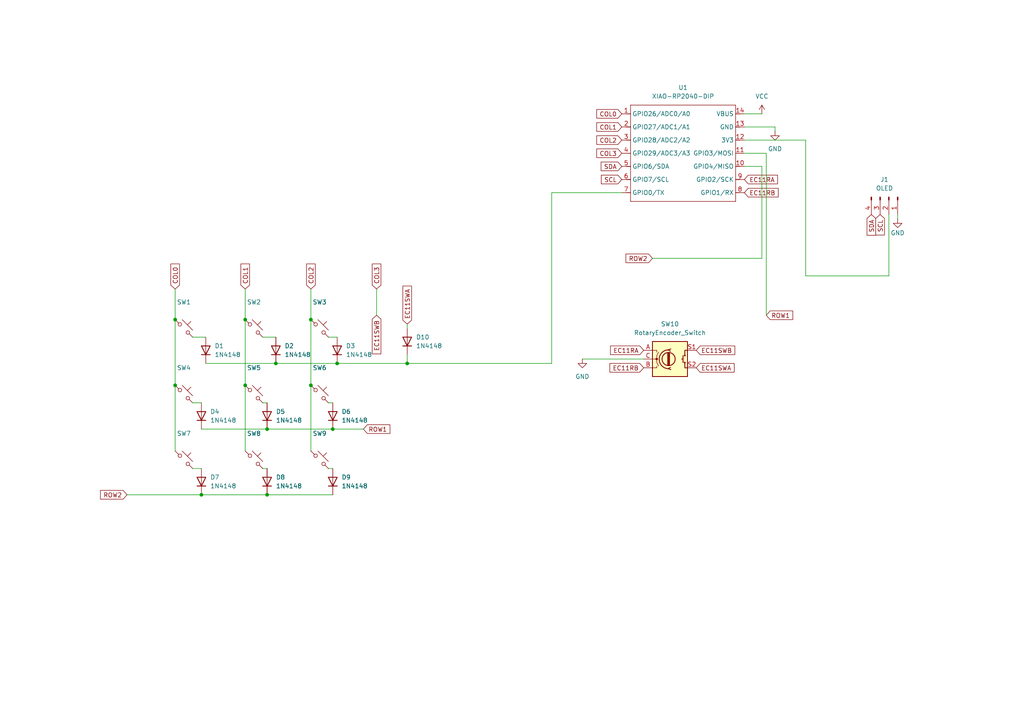
<source format=kicad_sch>
(kicad_sch (version 20250114) (generator "eeschema") (generator_version "9.0")
  (paper "A4")
  (lib_symbols
    (symbol "Connector:Conn_01x04_Pin" (pin_names (offset 1.016) (hide yes))
      (property "Reference" "J" (at 0 5.08 0))
      (property "Value" "Conn_01x04_Pin" (at 0 -7.62 0))
      (symbol "Conn_01x04_Pin_1_1"
        (rectangle (start 0.8636 2.667) (end 0 2.413) (stroke (width 0.1524)) (fill (type outline)))
        (rectangle (start 0.8636 0.127) (end 0 -0.127) (stroke (width 0.1524)) (fill (type outline)))
        (rectangle (start 0.8636 -2.413) (end 0 -2.667) (stroke (width 0.1524)) (fill (type outline)))
        (rectangle (start 0.8636 -4.953) (end 0 -5.207) (stroke (width 0.1524)) (fill (type outline)))
        (polyline (pts (xy 1.27 2.54) (xy 0.8636 2.54)) (stroke (width 0.1524)))
        (polyline (pts (xy 1.27 0) (xy 0.8636 0)) (stroke (width 0.1524)))
        (polyline (pts (xy 1.27 -2.54) (xy 0.8636 -2.54)) (stroke (width 0.1524)))
        (polyline (pts (xy 1.27 -5.08) (xy 0.8636 -5.08)) (stroke (width 0.1524)))
        (pin passive line (at 5.08 2.54 180) (length 3.81) (name "Pin_1") (number "1"))
        (pin passive line (at 5.08 0 180) (length 3.81) (name "Pin_2") (number "2"))
        (pin passive line (at 5.08 -2.54 180) (length 3.81) (name "Pin_3") (number "3"))
        (pin passive line (at 5.08 -5.08 180) (length 3.81) (name "Pin_4") (number "4"))
      )
    )
    (symbol "Device:RotaryEncoder_Switch" (pin_names (offset 0.254) (hide yes))
      (property "Reference" "SW" (at 0 6.604 0))
      (property "Value" "RotaryEncoder_Switch" (at 0 -6.604 0))
      (symbol "RotaryEncoder_Switch_0_1"
        (rectangle (start -5.08 5.08) (end 5.08 -5.08) (stroke (width 0.254)) (fill (type background)))
        (polyline (pts (xy -5.08 2.54) (xy -3.81 2.54) (xy -3.81 2.032)))
        (polyline (pts (xy -5.08 0) (xy -3.81 0) (xy -3.81 -1.016) (xy -3.302 -2.032)))
        (polyline (pts (xy -5.08 -2.54) (xy -3.81 -2.54) (xy -3.81 -2.032)))
        (polyline (pts (xy -4.318 0) (xy -3.81 0) (xy -3.81 1.016) (xy -3.302 2.032)))
        (circle (center -3.81 0) (radius 0.254) (fill (type outline)))
        (polyline (pts (xy -0.635 -1.778) (xy -0.635 1.778)) (stroke (width 0.254)))
        (circle (center -0.381 0) (radius 1.905) (stroke (width 0.254)))
        (polyline (pts (xy -0.381 -1.778) (xy -0.381 1.778)) (stroke (width 0.254)))
        (arc (start -0.381 -2.794) (mid -3.0988 -0.0635) (end -0.381 2.667) (stroke (width 0.254)))
        (polyline (pts (xy -0.127 1.778) (xy -0.127 -1.778)) (stroke (width 0.254)))
        (polyline (pts (xy 0.254 2.921) (xy -0.508 2.667) (xy 0.127 2.286)) (stroke (width 0.254)))
        (polyline (pts (xy 0.254 -3.048) (xy -0.508 -2.794) (xy 0.127 -2.413)) (stroke (width 0.254)))
        (polyline (pts (xy 3.81 1.016) (xy 3.81 -1.016)) (stroke (width 0.254)))
        (polyline (pts (xy 3.81 0) (xy 3.429 0)) (stroke (width 0.254)))
        (circle (center 4.318 1.016) (radius 0.127) (stroke (width 0.254)))
        (circle (center 4.318 -1.016) (radius 0.127) (stroke (width 0.254)))
        (polyline (pts (xy 5.08 2.54) (xy 4.318 2.54) (xy 4.318 1.016)) (stroke (width 0.254)))
        (polyline (pts (xy 5.08 -2.54) (xy 4.318 -2.54) (xy 4.318 -1.016)) (stroke (width 0.254)))
      )
      (symbol "RotaryEncoder_Switch_1_1"
        (pin passive line (at -7.62 2.54 0) (length 2.54) (name "A") (number "A"))
        (pin passive line (at -7.62 0 0) (length 2.54) (name "C") (number "C"))
        (pin passive line (at -7.62 -2.54 0) (length 2.54) (name "B") (number "B"))
        (pin passive line (at 7.62 2.54 180) (length 2.54) (name "S1") (number "S1"))
        (pin passive line (at 7.62 -2.54 180) (length 2.54) (name "S2") (number "S2"))
      )
    )
    (symbol "Diode:1N4148" (pin_numbers (hide yes)) (pin_names (hide yes))
      (property "Reference" "D" (at 0 2.54 0))
      (property "Value" "1N4148" (at 0 -2.54 0))
      (symbol "1N4148_0_1"
        (polyline (pts (xy -1.27 1.27) (xy -1.27 -1.27)) (stroke (width 0.254)))
        (polyline (pts (xy 1.27 1.27) (xy 1.27 -1.27) (xy -1.27 0) (xy 1.27 1.27)) (stroke (width 0.254)))
        (polyline (pts (xy 1.27 0) (xy -1.27 0)))
      )
      (symbol "1N4148_1_1"
        (pin passive line (at -3.81 0 0) (length 2.54) (name "K") (number "1"))
        (pin passive line (at 3.81 0 180) (length 2.54) (name "A") (number "2"))
      )
    )
    (symbol "OPL:XIAO-RP2040-DIP"
      (property "Reference" "U" (at 0 0 0))
      (property "Value" "XIAO-RP2040-DIP" (at 5.334 -1.778 0))
      (symbol "XIAO-RP2040-DIP_1_0"
        (polyline (pts (xy -1.27 -2.54) (xy 29.21 -2.54)) (stroke (width 0.1524)))
        (polyline (pts (xy -1.27 -5.08) (xy -2.54 -5.08)) (stroke (width 0.1524)))
        (polyline (pts (xy -1.27 -5.08) (xy -1.27 -2.54)) (stroke (width 0.1524)))
        (polyline (pts (xy -1.27 -8.89) (xy -2.54 -8.89)) (stroke (width 0.1524)))
        (polyline (pts (xy -1.27 -8.89) (xy -1.27 -5.08)) (stroke (width 0.1524)))
        (polyline (pts (xy -1.27 -12.7) (xy -2.54 -12.7)) (stroke (width 0.1524)))
        (polyline (pts (xy -1.27 -12.7) (xy -1.27 -8.89)) (stroke (width 0.1524)))
        (polyline (pts (xy -1.27 -16.51) (xy -2.54 -16.51)) (stroke (width 0.1524)))
        (polyline (pts (xy -1.27 -16.51) (xy -1.27 -12.7)) (stroke (width 0.1524)))
        (polyline (pts (xy -1.27 -20.32) (xy -2.54 -20.32)) (stroke (width 0.1524)))
        (polyline (pts (xy -1.27 -24.13) (xy -2.54 -24.13)) (stroke (width 0.1524)))
        (polyline (pts (xy -1.27 -27.94) (xy -2.54 -27.94)) (stroke (width 0.1524)))
        (polyline (pts (xy -1.27 -30.48) (xy -1.27 -16.51)) (stroke (width 0.1524)))
        (polyline (pts (xy 29.21 -2.54) (xy 29.21 -5.08)) (stroke (width 0.1524)))
        (polyline (pts (xy 29.21 -5.08) (xy 29.21 -8.89)) (stroke (width 0.1524)))
        (polyline (pts (xy 29.21 -8.89) (xy 29.21 -12.7)) (stroke (width 0.1524)))
        (polyline (pts (xy 29.21 -12.7) (xy 29.21 -30.48)) (stroke (width 0.1524)))
        (polyline (pts (xy 29.21 -30.48) (xy -1.27 -30.48)) (stroke (width 0.1524)))
        (polyline (pts (xy 30.48 -5.08) (xy 29.21 -5.08)) (stroke (width 0.1524)))
        (polyline (pts (xy 30.48 -8.89) (xy 29.21 -8.89)) (stroke (width 0.1524)))
        (polyline (pts (xy 30.48 -12.7) (xy 29.21 -12.7)) (stroke (width 0.1524)))
        (polyline (pts (xy 30.48 -16.51) (xy 29.21 -16.51)) (stroke (width 0.1524)))
        (polyline (pts (xy 30.48 -20.32) (xy 29.21 -20.32)) (stroke (width 0.1524)))
        (polyline (pts (xy 30.48 -24.13) (xy 29.21 -24.13)) (stroke (width 0.1524)))
        (polyline (pts (xy 30.48 -27.94) (xy 29.21 -27.94)) (stroke (width 0.1524)))
        (pin passive line (at -3.81 -5.08 0) (length 2.54) (name "GPIO26/ADC0/A0") (number "1"))
        (pin passive line (at -3.81 -8.89 0) (length 2.54) (name "GPIO27/ADC1/A1") (number "2"))
        (pin passive line (at -3.81 -12.7 0) (length 2.54) (name "GPIO28/ADC2/A2") (number "3"))
        (pin passive line (at -3.81 -16.51 0) (length 2.54) (name "GPIO29/ADC3/A3") (number "4"))
        (pin passive line (at -3.81 -20.32 0) (length 2.54) (name "GPIO6/SDA") (number "5"))
        (pin passive line (at -3.81 -24.13 0) (length 2.54) (name "GPIO7/SCL") (number "6"))
        (pin passive line (at -3.81 -27.94 0) (length 2.54) (name "GPIO0/TX") (number "7"))
        (pin passive line (at 31.75 -5.08 180) (length 2.54) (name "VBUS") (number "14"))
        (pin passive line (at 31.75 -8.89 180) (length 2.54) (name "GND") (number "13"))
        (pin passive line (at 31.75 -12.7 180) (length 2.54) (name "3V3") (number "12"))
        (pin passive line (at 31.75 -16.51 180) (length 2.54) (name "GPIO3/MOSI") (number "11"))
        (pin passive line (at 31.75 -20.32 180) (length 2.54) (name "GPIO4/MISO") (number "10"))
        (pin passive line (at 31.75 -24.13 180) (length 2.54) (name "GPIO2/SCK") (number "9"))
        (pin passive line (at 31.75 -27.94 180) (length 2.54) (name "GPIO1/RX") (number "8"))
      )
    )
    (symbol "Switch:SW_Push_45deg" (pin_numbers (hide yes)) (pin_names (offset 1.016) (hide yes))
      (property "Reference" "SW" (at 3.048 1.016 0))
      (property "Value" "SW_Push_45deg" (at 0 -3.81 0))
      (symbol "SW_Push_45deg_0_1"
        (polyline (pts (xy -2.54 2.54) (xy -1.524 1.524) (xy -1.524 1.524)))
        (circle (center -1.1684 1.1684) (radius 0.508))
        (polyline (pts (xy -0.508 2.54) (xy 2.54 -0.508)))
        (polyline (pts (xy 1.016 1.016) (xy 2.032 2.032)))
        (circle (center 1.143 -1.1938) (radius 0.508))
        (polyline (pts (xy 1.524 -1.524) (xy 2.54 -2.54) (xy 2.54 -2.54) (xy 2.54 -2.54)))
        (pin passive line (at -2.54 2.54 0) (length 0) (name "1") (number "1"))
        (pin passive line (at 2.54 -2.54 180) (length 0) (name "2") (number "2"))
      )
    )
    (symbol "power:GND" (power) (pin_numbers (hide yes)) (pin_names (offset 0) (hide yes))
      (property "Value" "GND" (at 0 -3.81 0))
      (symbol "GND_0_1"
        (polyline (pts (xy 0 0) (xy 0 -1.27) (xy 1.27 -1.27) (xy 0 -2.54) (xy -1.27 -1.27) (xy 0 -1.27)))
      )
      (symbol "GND_1_1"
        (pin power_in line (at 0 0 270) (length 0) (name "~") (number "1"))
      )
    )
    (symbol "power:VCC" (power) (pin_numbers (hide yes)) (pin_names (offset 0) (hide yes))
      (property "Value" "VCC" (at 0 3.556 0))
      (symbol "VCC_0_1"
        (polyline (pts (xy -0.762 1.27) (xy 0 2.54)))
        (polyline (pts (xy 0 2.54) (xy 0.762 1.27)))
        (polyline (pts (xy 0 0) (xy 0 2.54)))
      )
      (symbol "VCC_1_1"
        (pin power_in line (at 0 0 90) (length 0) (name "~") (number "1"))
      )
    )
  )
  (junction (at 90.17 92.71))
  (junction (at 97.79 105.41))
  (junction (at 50.8 111.76))
  (junction (at 118.11 105.41))
  (junction (at 71.12 92.71))
  (junction (at 50.8 92.71))
  (junction (at 90.17 111.76))
  (junction (at 58.42 143.51))
  (junction (at 71.12 111.76))
  (junction (at 77.47 143.51))
  (junction (at 96.52 124.46))
  (junction (at 80.01 105.41))
  (junction (at 77.47 124.46))
  (wire (pts (xy 80.01 97.79) (xy 76.2 97.79)))
  (wire (pts (xy 59.69 105.41) (xy 80.01 105.41)))
  (wire (pts (xy 50.8 83.82) (xy 50.8 92.71)))
  (wire (pts (xy 77.47 116.84) (xy 76.2 116.84)))
  (wire (pts (xy 118.11 95.25) (xy 118.11 93.98)))
  (wire (pts (xy 160.02 105.41) (xy 160.02 55.88)))
  (wire (pts (xy 224.79 38.1) (xy 224.79 36.83)))
  (wire (pts (xy 222.25 44.45) (xy 222.25 91.44)))
  (wire (pts (xy 260.35 63.5) (xy 260.35 62.23)))
  (wire (pts (xy 50.8 111.76) (xy 50.8 130.81)))
  (wire (pts (xy 222.25 44.45) (xy 215.9 44.45)))
  (wire (pts (xy 109.22 91.44) (xy 109.22 83.82)))
  (wire (pts (xy 77.47 143.51) (xy 96.52 143.51)))
  (wire (pts (xy 58.42 143.51) (xy 77.47 143.51)))
  (wire (pts (xy 97.79 105.41) (xy 118.11 105.41)))
  (wire (pts (xy 168.91 104.14) (xy 186.69 104.14)))
  (wire (pts (xy 96.52 124.46) (xy 105.41 124.46)))
  (wire (pts (xy 36.83 143.51) (xy 58.42 143.51)))
  (wire (pts (xy 220.98 48.26) (xy 215.9 48.26)))
  (wire (pts (xy 257.81 62.23) (xy 257.81 80.01)))
  (wire (pts (xy 96.52 135.89) (xy 95.25 135.89)))
  (wire (pts (xy 71.12 83.82) (xy 71.12 92.71)))
  (wire (pts (xy 233.68 80.01) (xy 257.81 80.01)))
  (wire (pts (xy 77.47 124.46) (xy 96.52 124.46)))
  (wire (pts (xy 58.42 124.46) (xy 77.47 124.46)))
  (wire (pts (xy 77.47 135.89) (xy 76.2 135.89)))
  (wire (pts (xy 118.11 105.41) (xy 160.02 105.41)))
  (wire (pts (xy 71.12 92.71) (xy 71.12 111.76)))
  (wire (pts (xy 160.02 55.88) (xy 180.34 55.88)))
  (wire (pts (xy 224.79 36.83) (xy 215.9 36.83)))
  (wire (pts (xy 96.52 116.84) (xy 95.25 116.84)))
  (wire (pts (xy 71.12 111.76) (xy 71.12 130.81)))
  (wire (pts (xy 90.17 92.71) (xy 90.17 111.76)))
  (wire (pts (xy 80.01 105.41) (xy 97.79 105.41)))
  (wire (pts (xy 58.42 135.89) (xy 55.88 135.89)))
  (wire (pts (xy 220.98 74.93) (xy 189.23 74.93)))
  (wire (pts (xy 58.42 116.84) (xy 55.88 116.84)))
  (wire (pts (xy 90.17 83.82) (xy 90.17 92.71)))
  (wire (pts (xy 220.98 48.26) (xy 220.98 74.93)))
  (wire (pts (xy 90.17 111.76) (xy 90.17 130.81)))
  (wire (pts (xy 50.8 92.71) (xy 50.8 111.76)))
  (wire (pts (xy 215.9 40.64) (xy 233.68 40.64)))
  (wire (pts (xy 55.88 97.79) (xy 59.69 97.79)))
  (wire (pts (xy 118.11 102.87) (xy 118.11 105.41)))
  (wire (pts (xy 97.79 97.79) (xy 95.25 97.79)))
  (wire (pts (xy 233.68 40.64) (xy 233.68 80.01)))
  (wire (pts (xy 220.98 33.02) (xy 215.9 33.02)))
  (global_label "EC11RB" (shape input) (at 186.69 106.68 180) (property "Intersheetrefs" "${INTERSHEET_REFS}" (effects (hide yes))))
  (global_label "COL0" (shape input) (at 50.8 83.82 90) (property "Intersheetrefs" "${INTERSHEET_REFS}" (effects (hide yes))))
  (global_label "SDA" (shape input) (at 180.34 48.26 180) (property "Intersheetrefs" "${INTERSHEET_REFS}" (effects (hide yes))))
  (global_label "COL3" (shape input) (at 180.34 44.45 180) (property "Intersheetrefs" "${INTERSHEET_REFS}" (effects (hide yes))))
  (global_label "SCL" (shape input) (at 180.34 52.07 180) (property "Intersheetrefs" "${INTERSHEET_REFS}" (effects (hide yes))))
  (global_label "COL2" (shape input) (at 90.17 83.82 90) (property "Intersheetrefs" "${INTERSHEET_REFS}" (effects (hide yes))))
  (global_label "SDA" (shape input) (at 252.73 62.23 270) (property "Intersheetrefs" "${INTERSHEET_REFS}" (effects (hide yes))))
  (global_label "EC11RA" (shape input) (at 186.69 101.6 180) (property "Intersheetrefs" "${INTERSHEET_REFS}" (effects (hide yes))))
  (global_label "COL0" (shape input) (at 180.34 33.02 180) (property "Intersheetrefs" "${INTERSHEET_REFS}" (effects (hide yes))))
  (global_label "COL1" (shape input) (at 180.34 36.83 180) (property "Intersheetrefs" "${INTERSHEET_REFS}" (effects (hide yes))))
  (global_label "EC11RA" (shape input) (at 215.9 52.07 0) (property "Intersheetrefs" "${INTERSHEET_REFS}" (effects (hide yes))))
  (global_label "EC11SWB" (shape input) (at 201.93 101.6 0) (property "Intersheetrefs" "${INTERSHEET_REFS}" (effects (hide yes))))
  (global_label "COL2" (shape input) (at 180.34 40.64 180) (property "Intersheetrefs" "${INTERSHEET_REFS}" (effects (hide yes))))
  (global_label "ROW1" (shape input) (at 105.41 124.46 0) (property "Intersheetrefs" "${INTERSHEET_REFS}" (effects (hide yes))))
  (global_label "ROW2" (shape input) (at 36.83 143.51 180) (property "Intersheetrefs" "${INTERSHEET_REFS}" (effects (hide yes))))
  (global_label "COL1" (shape input) (at 71.12 83.82 90) (property "Intersheetrefs" "${INTERSHEET_REFS}" (effects (hide yes))))
  (global_label "SCL" (shape input) (at 255.27 62.23 270) (property "Intersheetrefs" "${INTERSHEET_REFS}" (effects (hide yes))))
  (global_label "EC11SWB" (shape input) (at 109.22 91.44 270) (property "Intersheetrefs" "${INTERSHEET_REFS}" (effects (hide yes))))
  (global_label "COL3" (shape input) (at 109.22 83.82 90) (property "Intersheetrefs" "${INTERSHEET_REFS}" (effects (hide yes))))
  (global_label "EC11SWA" (shape input) (at 201.93 106.68 0) (property "Intersheetrefs" "${INTERSHEET_REFS}" (effects (hide yes))))
  (global_label "EC11RB" (shape input) (at 215.9 55.88 0) (property "Intersheetrefs" "${INTERSHEET_REFS}" (effects (hide yes))))
  (global_label "EC11SWA" (shape input) (at 118.11 93.98 90) (property "Intersheetrefs" "${INTERSHEET_REFS}" (effects (hide yes))))
  (global_label "ROW1" (shape input) (at 222.25 91.44 0) (property "Intersheetrefs" "${INTERSHEET_REFS}" (effects (hide yes))))
  (global_label "ROW2" (shape input) (at 189.23 74.93 180) (property "Intersheetrefs" "${INTERSHEET_REFS}" (effects (hide yes))))
  (symbol (lib_id "Diode:1N4148") (at 97.79 101.6 90) (unit 1)
    (property "Reference" "D3" (at 100.33 100.3299 90) (effects (justify right)))
    (property "Value" "1N4148" (at 100.33 102.8699 90) (effects (justify right)))
    (property "Footprint" "Diode_THT:D_DO-35_SOD27_P7.62mm_Horizontal" (effects (hide yes)))
    (property "Datasheet" "https://assets.nexperia.com/documents/data-sheet/1N4148_1N4448.pdf" (effects (hide yes)))
    (property "Description" "100V 0.15A standard switching diode, DO-35" (effects (hide yes)))
    (property "Sim.Device" "D" (effects (hide yes)))
    (property "Sim.Pins" "1=K 2=A" (effects (hide yes)))
  )
  (symbol (lib_id "OPL:XIAO-RP2040-DIP") (at 184.15 27.94 0) (unit 1)
    (property "Reference" "U1" (at 198.12 25.4 0))
    (property "Value" "XIAO-RP2040-DIP" (at 198.12 27.94 0))
    (property "Footprint" "OPL:XIAO-RP2040-DIP" (effects (hide yes)))
  )
  (symbol (lib_id "power:VCC") (at 220.98 33.02 0) (unit 1)
    (property "Reference" "#PWR03" (effects (hide yes)))
    (property "Value" "VCC" (at 220.98 27.94 0))
    (property "Description" "Power symbol creates a global label with name \"VCC\"" (effects (hide yes)))
  )
  (symbol (lib_id "Device:RotaryEncoder_Switch") (at 194.31 104.14 0) (unit 1)
    (property "Reference" "SW10" (at 194.31 93.98 0))
    (property "Value" "RotaryEncoder_Switch" (at 194.31 96.52 0))
    (property "Footprint" "Rotary_Encoder:RotaryEncoder_Alps_EC11E-Switch_Vertical_H20mm" (effects (hide yes)))
    (property "Description" "Rotary encoder, dual channel, incremental quadrate outputs, with switch" (effects (hide yes)))
  )
  (symbol (lib_id "Switch:SW_Push_45deg") (at 73.66 114.3 0) (unit 1)
    (property "Reference" "SW5" (at 73.66 106.68 0))
    (property "Value" "SW_Push_45deg" (effects (hide yes)))
    (property "Footprint" "Button_Switch_Keyboard:SW_Cherry_MX_1.00u_PCB" (effects (hide yes)))
    (property "Description" "Push button switch, normally open, two pins, 45° tilted" (effects (hide yes)))
  )
  (symbol (lib_id "Diode:1N4148") (at 118.11 99.06 90) (unit 1)
    (property "Reference" "D10" (at 120.65 97.7899 90) (effects (justify right)))
    (property "Value" "1N4148" (at 120.65 100.3299 90) (effects (justify right)))
    (property "Footprint" "Diode_THT:D_DO-35_SOD27_P7.62mm_Horizontal" (effects (hide yes)))
    (property "Datasheet" "https://assets.nexperia.com/documents/data-sheet/1N4148_1N4448.pdf" (effects (hide yes)))
    (property "Description" "100V 0.15A standard switching diode, DO-35" (effects (hide yes)))
    (property "Sim.Device" "D" (effects (hide yes)))
    (property "Sim.Pins" "1=K 2=A" (effects (hide yes)))
  )
  (symbol (lib_id "Diode:1N4148") (at 59.69 101.6 90) (unit 1)
    (property "Reference" "D1" (at 62.23 100.3299 90) (effects (justify right)))
    (property "Value" "1N4148" (at 62.23 102.8699 90) (effects (justify right)))
    (property "Footprint" "Diode_THT:D_DO-35_SOD27_P7.62mm_Horizontal" (effects (hide yes)))
    (property "Datasheet" "https://assets.nexperia.com/documents/data-sheet/1N4148_1N4448.pdf" (effects (hide yes)))
    (property "Description" "100V 0.15A standard switching diode, DO-35" (effects (hide yes)))
    (property "Sim.Device" "D" (effects (hide yes)))
    (property "Sim.Pins" "1=K 2=A" (effects (hide yes)))
  )
  (symbol (lib_id "Switch:SW_Push_45deg") (at 92.71 114.3 0) (unit 1)
    (property "Reference" "SW6" (at 92.71 106.68 0))
    (property "Value" "SW_Push_45deg" (effects (hide yes)))
    (property "Footprint" "Button_Switch_Keyboard:SW_Cherry_MX_1.00u_PCB" (effects (hide yes)))
    (property "Description" "Push button switch, normally open, two pins, 45° tilted" (effects (hide yes)))
  )
  (symbol (lib_id "power:GND") (at 168.91 104.14 0) (unit 1)
    (property "Reference" "#PWR02" (effects (hide yes)))
    (property "Value" "GND" (at 168.91 109.22 0))
    (property "Description" "Power symbol creates a global label with name \"GND\" , ground" (effects (hide yes)))
  )
  (symbol (lib_id "Diode:1N4148") (at 96.52 139.7 90) (unit 1)
    (property "Reference" "D9" (at 99.06 138.4299 90) (effects (justify right)))
    (property "Value" "1N4148" (at 99.06 140.9699 90) (effects (justify right)))
    (property "Footprint" "Diode_THT:D_DO-35_SOD27_P7.62mm_Horizontal" (effects (hide yes)))
    (property "Datasheet" "https://assets.nexperia.com/documents/data-sheet/1N4148_1N4448.pdf" (effects (hide yes)))
    (property "Description" "100V 0.15A standard switching diode, DO-35" (effects (hide yes)))
    (property "Sim.Device" "D" (effects (hide yes)))
    (property "Sim.Pins" "1=K 2=A" (effects (hide yes)))
  )
  (symbol (lib_id "Switch:SW_Push_45deg") (at 53.34 95.25 0) (unit 1)
    (property "Reference" "SW1" (at 53.34 87.63 0))
    (property "Value" "SW_Push_45deg" (effects (hide yes)))
    (property "Footprint" "Button_Switch_Keyboard:SW_Cherry_MX_1.00u_PCB" (effects (hide yes)))
    (property "Description" "Push button switch, normally open, two pins, 45° tilted" (effects (hide yes)))
  )
  (symbol (lib_id "Switch:SW_Push_45deg") (at 73.66 133.35 0) (unit 1)
    (property "Reference" "SW8" (at 73.66 125.73 0))
    (property "Value" "SW_Push_45deg" (effects (hide yes)))
    (property "Footprint" "Button_Switch_Keyboard:SW_Cherry_MX_1.00u_PCB" (effects (hide yes)))
    (property "Description" "Push button switch, normally open, two pins, 45° tilted" (effects (hide yes)))
  )
  (symbol (lib_id "Diode:1N4148") (at 96.52 120.65 90) (unit 1)
    (property "Reference" "D6" (at 99.06 119.3799 90) (effects (justify right)))
    (property "Value" "1N4148" (at 99.06 121.9199 90) (effects (justify right)))
    (property "Footprint" "Diode_THT:D_DO-35_SOD27_P7.62mm_Horizontal" (effects (hide yes)))
    (property "Datasheet" "https://assets.nexperia.com/documents/data-sheet/1N4148_1N4448.pdf" (effects (hide yes)))
    (property "Description" "100V 0.15A standard switching diode, DO-35" (effects (hide yes)))
    (property "Sim.Device" "D" (effects (hide yes)))
    (property "Sim.Pins" "1=K 2=A" (effects (hide yes)))
  )
  (symbol (lib_id "Switch:SW_Push_45deg") (at 53.34 114.3 0) (unit 1)
    (property "Reference" "SW4" (at 53.34 106.68 0))
    (property "Value" "SW_Push_45deg" (effects (hide yes)))
    (property "Footprint" "Button_Switch_Keyboard:SW_Cherry_MX_1.00u_PCB" (effects (hide yes)))
    (property "Description" "Push button switch, normally open, two pins, 45° tilted" (effects (hide yes)))
  )
  (symbol (lib_id "Connector:Conn_01x04_Pin") (at 257.81 57.15 270) (unit 1)
    (property "Reference" "J1" (at 256.54 52.07 90))
    (property "Value" "OLED" (at 256.54 54.61 90))
    (property "Footprint" "OLED:SSD1306-0.91-OLED-4pin-128x32" (effects (hide yes)))
    (property "Description" "Generic connector, single row, 01x04, script generated" (effects (hide yes)))
  )
  (symbol (lib_id "power:GND") (at 260.35 63.5 0) (unit 1)
    (property "Reference" "#PWR05" (effects (hide yes)))
    (property "Value" "GND" (at 260.35 67.564 0))
    (property "Description" "Power symbol creates a global label with name \"GND\" , ground" (effects (hide yes)))
  )
  (symbol (lib_id "Switch:SW_Push_45deg") (at 53.34 133.35 0) (unit 1)
    (property "Reference" "SW7" (at 53.34 125.73 0))
    (property "Value" "SW_Push_45deg" (effects (hide yes)))
    (property "Footprint" "Button_Switch_Keyboard:SW_Cherry_MX_1.00u_PCB" (effects (hide yes)))
    (property "Description" "Push button switch, normally open, two pins, 45° tilted" (effects (hide yes)))
  )
  (symbol (lib_id "Switch:SW_Push_45deg") (at 73.66 95.25 0) (unit 1)
    (property "Reference" "SW2" (at 73.66 87.63 0))
    (property "Value" "SW_Push_45deg" (effects (hide yes)))
    (property "Footprint" "Button_Switch_Keyboard:SW_Cherry_MX_1.00u_PCB" (effects (hide yes)))
    (property "Description" "Push button switch, normally open, two pins, 45° tilted" (effects (hide yes)))
  )
  (symbol (lib_id "Diode:1N4148") (at 58.42 120.65 90) (unit 1)
    (property "Reference" "D4" (at 60.96 119.3799 90) (effects (justify right)))
    (property "Value" "1N4148" (at 60.96 121.9199 90) (effects (justify right)))
    (property "Footprint" "Diode_THT:D_DO-35_SOD27_P7.62mm_Horizontal" (effects (hide yes)))
    (property "Datasheet" "https://assets.nexperia.com/documents/data-sheet/1N4148_1N4448.pdf" (effects (hide yes)))
    (property "Description" "100V 0.15A standard switching diode, DO-35" (effects (hide yes)))
    (property "Sim.Device" "D" (effects (hide yes)))
    (property "Sim.Pins" "1=K 2=A" (effects (hide yes)))
  )
  (symbol (lib_id "Diode:1N4148") (at 77.47 120.65 90) (unit 1)
    (property "Reference" "D5" (at 80.01 119.3799 90) (effects (justify right)))
    (property "Value" "1N4148" (at 80.01 121.9199 90) (effects (justify right)))
    (property "Footprint" "Diode_THT:D_DO-35_SOD27_P7.62mm_Horizontal" (effects (hide yes)))
    (property "Datasheet" "https://assets.nexperia.com/documents/data-sheet/1N4148_1N4448.pdf" (effects (hide yes)))
    (property "Description" "100V 0.15A standard switching diode, DO-35" (effects (hide yes)))
    (property "Sim.Device" "D" (effects (hide yes)))
    (property "Sim.Pins" "1=K 2=A" (effects (hide yes)))
  )
  (symbol (lib_id "Switch:SW_Push_45deg") (at 92.71 133.35 0) (unit 1)
    (property "Reference" "SW9" (at 92.71 125.73 0))
    (property "Value" "SW_Push_45deg" (effects (hide yes)))
    (property "Footprint" "Button_Switch_Keyboard:SW_Cherry_MX_1.00u_PCB" (effects (hide yes)))
    (property "Description" "Push button switch, normally open, two pins, 45° tilted" (effects (hide yes)))
  )
  (symbol (lib_id "Diode:1N4148") (at 80.01 101.6 90) (unit 1)
    (property "Reference" "D2" (at 82.55 100.3299 90) (effects (justify right)))
    (property "Value" "1N4148" (at 82.55 102.8699 90) (effects (justify right)))
    (property "Footprint" "Diode_THT:D_DO-35_SOD27_P7.62mm_Horizontal" (effects (hide yes)))
    (property "Datasheet" "https://assets.nexperia.com/documents/data-sheet/1N4148_1N4448.pdf" (effects (hide yes)))
    (property "Description" "100V 0.15A standard switching diode, DO-35" (effects (hide yes)))
    (property "Sim.Device" "D" (effects (hide yes)))
    (property "Sim.Pins" "1=K 2=A" (effects (hide yes)))
  )
  (symbol (lib_id "Switch:SW_Push_45deg") (at 92.71 95.25 0) (unit 1)
    (property "Reference" "SW3" (at 92.71 87.63 0))
    (property "Value" "SW_Push_45deg" (effects (hide yes)))
    (property "Footprint" "Button_Switch_Keyboard:SW_Cherry_MX_1.00u_PCB" (effects (hide yes)))
    (property "Description" "Push button switch, normally open, two pins, 45° tilted" (effects (hide yes)))
  )
  (symbol (lib_id "power:GND") (at 224.79 38.1 0) (unit 1)
    (property "Reference" "#PWR01" (effects (hide yes)))
    (property "Value" "GND" (at 224.79 43.18 0))
    (property "Description" "Power symbol creates a global label with name \"GND\" , ground" (effects (hide yes)))
  )
  (symbol (lib_id "Diode:1N4148") (at 77.47 139.7 90) (unit 1)
    (property "Reference" "D8" (at 80.01 138.4299 90) (effects (justify right)))
    (property "Value" "1N4148" (at 80.01 140.9699 90) (effects (justify right)))
    (property "Footprint" "Diode_THT:D_DO-35_SOD27_P7.62mm_Horizontal" (effects (hide yes)))
    (property "Datasheet" "https://assets.nexperia.com/documents/data-sheet/1N4148_1N4448.pdf" (effects (hide yes)))
    (property "Description" "100V 0.15A standard switching diode, DO-35" (effects (hide yes)))
    (property "Sim.Device" "D" (effects (hide yes)))
    (property "Sim.Pins" "1=K 2=A" (effects (hide yes)))
  )
  (symbol (lib_id "Diode:1N4148") (at 58.42 139.7 90) (unit 1)
    (property "Reference" "D7" (at 60.96 138.4299 90) (effects (justify right)))
    (property "Value" "1N4148" (at 60.96 140.9699 90) (effects (justify right)))
    (property "Footprint" "Diode_THT:D_DO-35_SOD27_P7.62mm_Horizontal" (effects (hide yes)))
    (property "Datasheet" "https://assets.nexperia.com/documents/data-sheet/1N4148_1N4448.pdf" (effects (hide yes)))
    (property "Description" "100V 0.15A standard switching diode, DO-35" (effects (hide yes)))
    (property "Sim.Device" "D" (effects (hide yes)))
    (property "Sim.Pins" "1=K 2=A" (effects (hide yes)))
  )
)
</source>
